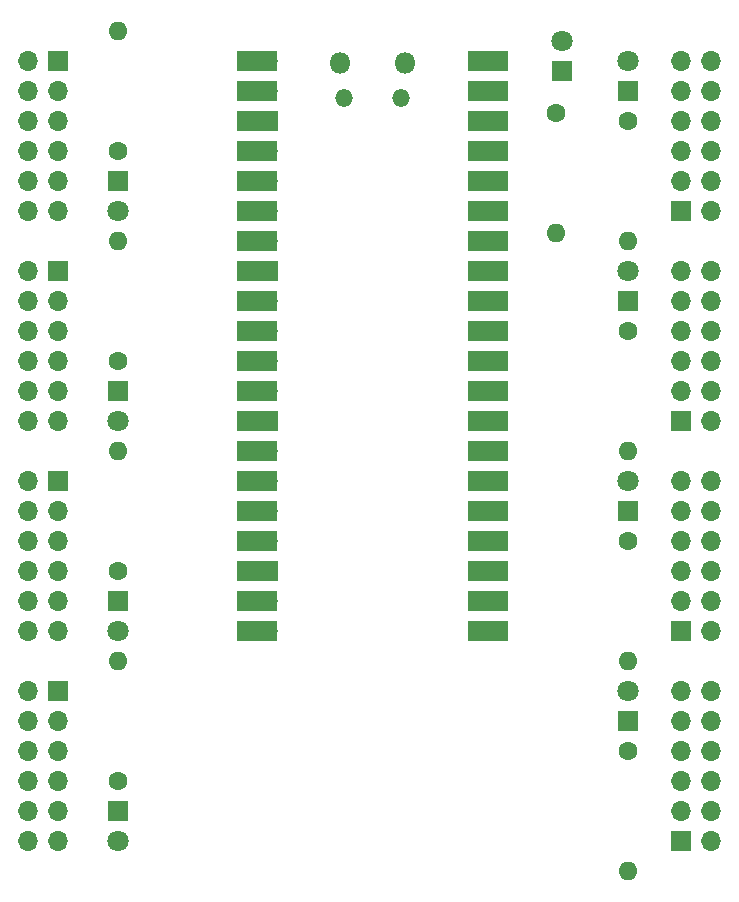
<source format=gbr>
%TF.GenerationSoftware,KiCad,Pcbnew,8.0.3*%
%TF.CreationDate,2024-07-03T23:55:26+09:00*%
%TF.ProjectId,mcu_rp2040,6d63755f-7270-4323-9034-302e6b696361,rev?*%
%TF.SameCoordinates,Original*%
%TF.FileFunction,Soldermask,Top*%
%TF.FilePolarity,Negative*%
%FSLAX46Y46*%
G04 Gerber Fmt 4.6, Leading zero omitted, Abs format (unit mm)*
G04 Created by KiCad (PCBNEW 8.0.3) date 2024-07-03 23:55:26*
%MOMM*%
%LPD*%
G01*
G04 APERTURE LIST*
%ADD10R,1.800000X1.800000*%
%ADD11C,1.800000*%
%ADD12C,1.600000*%
%ADD13O,1.600000X1.600000*%
%ADD14R,1.700000X1.700000*%
%ADD15O,1.700000X1.700000*%
%ADD16O,1.800000X1.800000*%
%ADD17O,1.500000X1.500000*%
%ADD18R,3.500000X1.700000*%
G04 APERTURE END LIST*
D10*
%TO.C,D7*%
X159080000Y-86500000D03*
D11*
X159080000Y-83960000D03*
%TD*%
D12*
%TO.C,R6*%
X159080000Y-71260000D03*
D13*
X159080000Y-81420000D03*
%TD*%
D14*
%TO.C,J5*%
X163615000Y-61100000D03*
D15*
X166155000Y-61100000D03*
X163615000Y-58560000D03*
X166155000Y-58560000D03*
X163615000Y-56020000D03*
X166155000Y-56020000D03*
X163615000Y-53480000D03*
X166155000Y-53480000D03*
X163615000Y-50940000D03*
X166155000Y-50940000D03*
X163615000Y-48400000D03*
X166155000Y-48400000D03*
%TD*%
D14*
%TO.C,J2*%
X110820000Y-66180000D03*
D15*
X108280000Y-66180000D03*
X110820000Y-68720000D03*
X108280000Y-68720000D03*
X110820000Y-71260000D03*
X108280000Y-71260000D03*
X110820000Y-73800000D03*
X108280000Y-73800000D03*
X110820000Y-76340000D03*
X108280000Y-76340000D03*
X110820000Y-78880000D03*
X108280000Y-78880000D03*
%TD*%
D10*
%TO.C,D5*%
X159080000Y-50940000D03*
D11*
X159080000Y-48400000D03*
%TD*%
D14*
%TO.C,J6*%
X163615000Y-78880000D03*
D15*
X166155000Y-78880000D03*
X163615000Y-76340000D03*
X166155000Y-76340000D03*
X163615000Y-73800000D03*
X166155000Y-73800000D03*
X163615000Y-71260000D03*
X166155000Y-71260000D03*
X163615000Y-68720000D03*
X166155000Y-68720000D03*
X163615000Y-66180000D03*
X166155000Y-66180000D03*
%TD*%
D12*
%TO.C,R4*%
X115900000Y-109360000D03*
D13*
X115900000Y-99200000D03*
%TD*%
D14*
%TO.C,J8*%
X163615000Y-114440000D03*
D15*
X166155000Y-114440000D03*
X163615000Y-111900000D03*
X166155000Y-111900000D03*
X163615000Y-109360000D03*
X166155000Y-109360000D03*
X163615000Y-106820000D03*
X166155000Y-106820000D03*
X163615000Y-104280000D03*
X166155000Y-104280000D03*
X163615000Y-101740000D03*
X166155000Y-101740000D03*
%TD*%
D12*
%TO.C,R3*%
X115900000Y-91580000D03*
D13*
X115900000Y-81420000D03*
%TD*%
D12*
%TO.C,R8*%
X159080000Y-106820000D03*
D13*
X159080000Y-116980000D03*
%TD*%
D10*
%TO.C,D2*%
X115900000Y-76340000D03*
D11*
X115900000Y-78880000D03*
%TD*%
D14*
%TO.C,J3*%
X110820000Y-83960000D03*
D15*
X108280000Y-83960000D03*
X110820000Y-86500000D03*
X108280000Y-86500000D03*
X110820000Y-89040000D03*
X108280000Y-89040000D03*
X110820000Y-91580000D03*
X108280000Y-91580000D03*
X110820000Y-94120000D03*
X108280000Y-94120000D03*
X110820000Y-96660000D03*
X108280000Y-96660000D03*
%TD*%
D16*
%TO.C,U2*%
X134765000Y-48530000D03*
D17*
X135065000Y-51560000D03*
X139915000Y-51560000D03*
D16*
X140215000Y-48530000D03*
D15*
X128600000Y-48400000D03*
D18*
X127700000Y-48400000D03*
D15*
X128600000Y-50940000D03*
D18*
X127700000Y-50940000D03*
D14*
X128600000Y-53480000D03*
D18*
X127700000Y-53480000D03*
D15*
X128600000Y-56020000D03*
D18*
X127700000Y-56020000D03*
D15*
X128600000Y-58560000D03*
D18*
X127700000Y-58560000D03*
D15*
X128600000Y-61100000D03*
D18*
X127700000Y-61100000D03*
D15*
X128600000Y-63640000D03*
D18*
X127700000Y-63640000D03*
D14*
X128600000Y-66180000D03*
D18*
X127700000Y-66180000D03*
D15*
X128600000Y-68720000D03*
D18*
X127700000Y-68720000D03*
D15*
X128600000Y-71260000D03*
D18*
X127700000Y-71260000D03*
D15*
X128600000Y-73800000D03*
D18*
X127700000Y-73800000D03*
D15*
X128600000Y-76340000D03*
D18*
X127700000Y-76340000D03*
D14*
X128600000Y-78880000D03*
D18*
X127700000Y-78880000D03*
D15*
X128600000Y-81420000D03*
D18*
X127700000Y-81420000D03*
D15*
X128600000Y-83960000D03*
D18*
X127700000Y-83960000D03*
D15*
X128600000Y-86500000D03*
D18*
X127700000Y-86500000D03*
D15*
X128600000Y-89040000D03*
D18*
X127700000Y-89040000D03*
D14*
X128600000Y-91580000D03*
D18*
X127700000Y-91580000D03*
D15*
X128600000Y-94120000D03*
D18*
X127700000Y-94120000D03*
D15*
X128600000Y-96660000D03*
D18*
X127700000Y-96660000D03*
D15*
X146380000Y-96660000D03*
D18*
X147280000Y-96660000D03*
D15*
X146380000Y-94120000D03*
D18*
X147280000Y-94120000D03*
D14*
X146380000Y-91580000D03*
D18*
X147280000Y-91580000D03*
D15*
X146380000Y-89040000D03*
D18*
X147280000Y-89040000D03*
D15*
X146380000Y-86500000D03*
D18*
X147280000Y-86500000D03*
D15*
X146380000Y-83960000D03*
D18*
X147280000Y-83960000D03*
D15*
X146380000Y-81420000D03*
D18*
X147280000Y-81420000D03*
D14*
X146380000Y-78880000D03*
D18*
X147280000Y-78880000D03*
D15*
X146380000Y-76340000D03*
D18*
X147280000Y-76340000D03*
D15*
X146380000Y-73800000D03*
D18*
X147280000Y-73800000D03*
D15*
X146380000Y-71260000D03*
D18*
X147280000Y-71260000D03*
D15*
X146380000Y-68720000D03*
D18*
X147280000Y-68720000D03*
D14*
X146380000Y-66180000D03*
D18*
X147280000Y-66180000D03*
D15*
X146380000Y-63640000D03*
D18*
X147280000Y-63640000D03*
D15*
X146380000Y-61100000D03*
D18*
X147280000Y-61100000D03*
D15*
X146380000Y-58560000D03*
D18*
X147280000Y-58560000D03*
D15*
X146380000Y-56020000D03*
D18*
X147280000Y-56020000D03*
D14*
X146380000Y-53480000D03*
D18*
X147280000Y-53480000D03*
D15*
X146380000Y-50940000D03*
D18*
X147280000Y-50940000D03*
D15*
X146380000Y-48400000D03*
D18*
X147280000Y-48400000D03*
%TD*%
D10*
%TO.C,D9*%
X153500000Y-49275000D03*
D11*
X153500000Y-46735000D03*
%TD*%
D12*
%TO.C,R7*%
X159080000Y-89040000D03*
D13*
X159080000Y-99200000D03*
%TD*%
D14*
%TO.C,J7*%
X163615000Y-96660000D03*
D15*
X166155000Y-96660000D03*
X163615000Y-94120000D03*
X166155000Y-94120000D03*
X163615000Y-91580000D03*
X166155000Y-91580000D03*
X163615000Y-89040000D03*
X166155000Y-89040000D03*
X163615000Y-86500000D03*
X166155000Y-86500000D03*
X163615000Y-83960000D03*
X166155000Y-83960000D03*
%TD*%
D10*
%TO.C,D1*%
X115900000Y-58560000D03*
D11*
X115900000Y-61100000D03*
%TD*%
D14*
%TO.C,J4*%
X110820000Y-101740000D03*
D15*
X108280000Y-101740000D03*
X110820000Y-104280000D03*
X108280000Y-104280000D03*
X110820000Y-106820000D03*
X108280000Y-106820000D03*
X110820000Y-109360000D03*
X108280000Y-109360000D03*
X110820000Y-111900000D03*
X108280000Y-111900000D03*
X110820000Y-114440000D03*
X108280000Y-114440000D03*
%TD*%
D12*
%TO.C,R1*%
X115900000Y-56020000D03*
D13*
X115900000Y-45860000D03*
%TD*%
D14*
%TO.C,J1*%
X110820000Y-48400000D03*
D15*
X108280000Y-48400000D03*
X110820000Y-50940000D03*
X108280000Y-50940000D03*
X110820000Y-53480000D03*
X108280000Y-53480000D03*
X110820000Y-56020000D03*
X108280000Y-56020000D03*
X110820000Y-58560000D03*
X108280000Y-58560000D03*
X110820000Y-61100000D03*
X108280000Y-61100000D03*
%TD*%
D12*
%TO.C,R9*%
X153000000Y-52820000D03*
D13*
X153000000Y-62980000D03*
%TD*%
D10*
%TO.C,D6*%
X159080000Y-68720000D03*
D11*
X159080000Y-66180000D03*
%TD*%
D10*
%TO.C,D3*%
X115900000Y-94120000D03*
D11*
X115900000Y-96660000D03*
%TD*%
D10*
%TO.C,D4*%
X115900000Y-111900000D03*
D11*
X115900000Y-114440000D03*
%TD*%
D12*
%TO.C,R2*%
X115900000Y-73800000D03*
D13*
X115900000Y-63640000D03*
%TD*%
D10*
%TO.C,D8*%
X159080000Y-104280000D03*
D11*
X159080000Y-101740000D03*
%TD*%
D12*
%TO.C,R5*%
X159080000Y-53480000D03*
D13*
X159080000Y-63640000D03*
%TD*%
M02*

</source>
